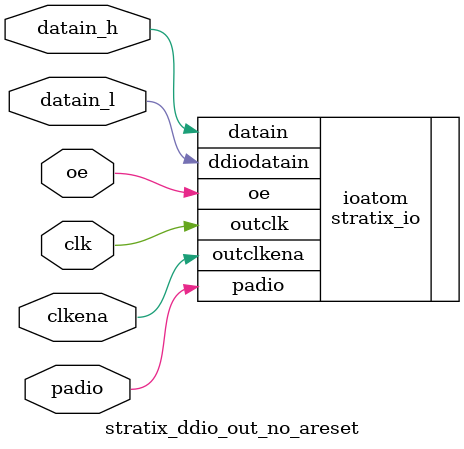
<source format=v>
module stratix_ddio_out_no_areset(padio, clk, clkena, oe, datain_h, datain_l);
	input 	clk;
	input	clkena;
	input 	datain_h;
	input 	datain_l;
	input	oe;
	inout 	padio;
 	
 
	parameter areset_mode = "none";
	parameter power_up_mode = "low";
	
	parameter operation_mode = "output";
	parameter ddio_mode = "output";

	parameter output_register_mode = "register";
	parameter output_async_reset = areset_mode;
	parameter output_power_up = power_up_mode;

	parameter oe_register_mode = "register";
	parameter oe_async_reset = areset_mode;
	parameter oe_power_up = "low";
	
	parameter extend_oe_disable = "false";
	
	stratix_io ioatom (
				.outclk(clk),
				.outclkena(clkena),
				.datain(datain_h),
				.ddiodatain(datain_l),
				.oe(oe),
				.padio(padio)
	);
	defparam 
			ioatom.operation_mode 		= operation_mode,
			ioatom.ddio_mode 			= ddio_mode,
	    	ioatom.oe_register_mode 	= oe_register_mode,
	    	ioatom.oe_async_reset 		= oe_async_reset,
	    	ioatom.oe_power_up 			= oe_power_up,
	    	ioatom.output_register_mode	= output_register_mode,
	    	ioatom.output_async_reset 	= output_async_reset,
	    	ioatom.output_power_up 		= output_power_up,
			ioatom.extend_oe_disable	= extend_oe_disable;
	
endmodule // stratix_ddio_out_no_reset


</source>
